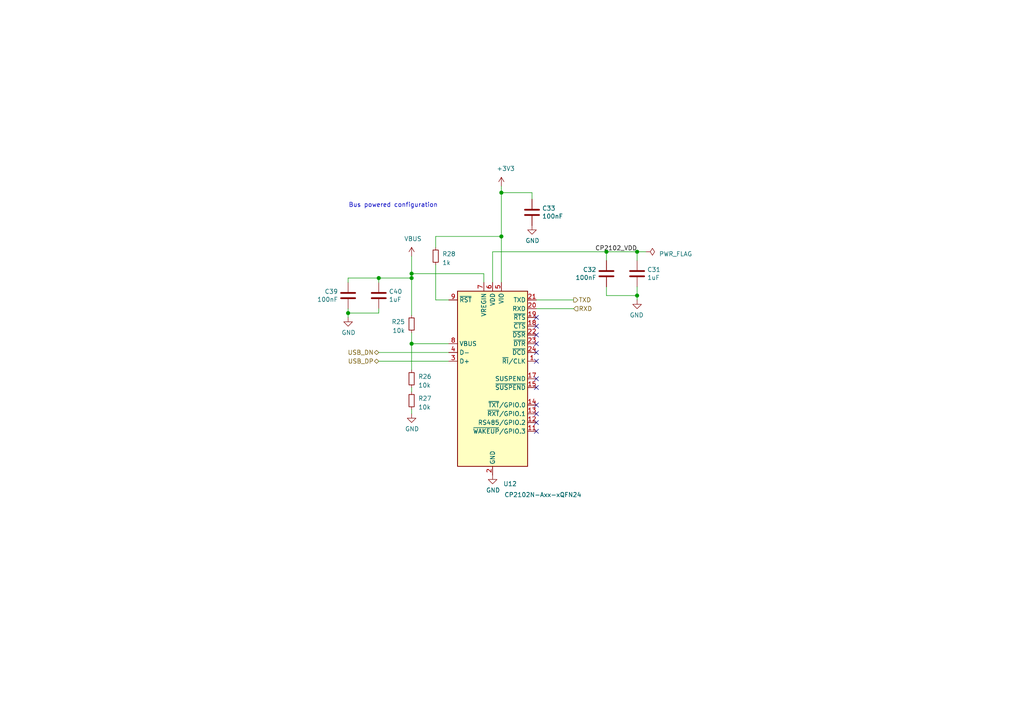
<source format=kicad_sch>
(kicad_sch (version 20210126) (generator eeschema)
  (paper "A4")
  (lib_symbols
    (symbol "Device:C" (pin_numbers hide) (pin_names (offset 0.254))
      (property "Reference" "C" (at 0.635 2.54 0))
      (property "Value" "C" (at 0.635 -2.54 0))
      (symbol "C_0_1"
        (polyline (pts (xy -2.032 -0.762) (xy 2.032 -0.762)) (stroke (width 0.508)))
        (polyline (pts (xy -2.032 0.762) (xy 2.032 0.762)) (stroke (width 0.508)))
      )
      (symbol "C_1_1"
        (pin passive line (at 0 3.81 270) (length 2.794) (name "~") (number "1"))
        (pin passive line (at 0 -3.81 90) (length 2.794) (name "~") (number "2"))
      )
    )
    (symbol "Device:R_Small" (pin_numbers hide) (pin_names (offset 0.254) hide)
      (property "Reference" "R" (at 0.762 0.508 0))
      (property "Value" "R_Small" (at 0.762 -1.016 0))
      (symbol "R_Small_0_1"
        (rectangle (start -0.762 1.778) (end 0.762 -1.778) (stroke (width 0.2032)))
      )
      (symbol "R_Small_1_1"
        (pin passive line (at 0 2.54 270) (length 0.762) (name "~") (number "1"))
        (pin passive line (at 0 -2.54 90) (length 0.762) (name "~") (number "2"))
      )
    )
    (symbol "Interface_USB:CP2102N-Axx-xQFN24"
      (property "Reference" "U" (at -8.89 26.67 0))
      (property "Value" "CP2102N-Axx-xQFN24" (at 13.97 26.67 0))
      (symbol "CP2102N-Axx-xQFN24_0_1"
        (rectangle (start -10.16 25.4) (end 10.16 -25.4) (stroke (width 0.254)) (fill (type background)))
      )
      (symbol "CP2102N-Axx-xQFN24_1_1"
        (pin bidirectional line (at 12.7 5.08 180) (length 2.54) (name "~RI~/CLK") (number "1"))
        (pin no_connect line (at -10.16 -22.86 0) (length 2.54) hide (name "NC") (number "10"))
        (pin bidirectional line (at 12.7 -15.24 180) (length 2.54) (name "~WAKEUP~/GPIO.3") (number "11"))
        (pin bidirectional line (at 12.7 -12.7 180) (length 2.54) (name "RS485/GPIO.2") (number "12"))
        (pin bidirectional line (at 12.7 -10.16 180) (length 2.54) (name "~RXT~/GPIO.1") (number "13"))
        (pin bidirectional line (at 12.7 -7.62 180) (length 2.54) (name "~TXT~/GPIO.0") (number "14"))
        (pin output line (at 12.7 -2.54 180) (length 2.54) (name "~SUSPEND") (number "15"))
        (pin no_connect line (at 10.16 -22.86 180) (length 2.54) hide (name "NC") (number "16"))
        (pin output line (at 12.7 0 180) (length 2.54) (name "SUSPEND") (number "17"))
        (pin input line (at 12.7 15.24 180) (length 2.54) (name "~CTS") (number "18"))
        (pin output line (at 12.7 17.78 180) (length 2.54) (name "~RTS") (number "19"))
        (pin power_in line (at 0 -27.94 90) (length 2.54) (name "GND") (number "2"))
        (pin input line (at 12.7 20.32 180) (length 2.54) (name "RXD") (number "20"))
        (pin output line (at 12.7 22.86 180) (length 2.54) (name "TXD") (number "21"))
        (pin input line (at 12.7 12.7 180) (length 2.54) (name "~DSR") (number "22"))
        (pin output line (at 12.7 10.16 180) (length 2.54) (name "~DTR") (number "23"))
        (pin input line (at 12.7 7.62 180) (length 2.54) (name "~DCD") (number "24"))
        (pin passive line (at 0 -27.94 90) (length 2.54) hide (name "GND") (number "25"))
        (pin bidirectional line (at -12.7 5.08 0) (length 2.54) (name "D+") (number "3"))
        (pin bidirectional line (at -12.7 7.62 0) (length 2.54) (name "D-") (number "4"))
        (pin power_in line (at 2.54 27.94 270) (length 2.54) (name "VIO") (number "5"))
        (pin power_in line (at 0 27.94 270) (length 2.54) (name "VDD") (number "6"))
        (pin power_in line (at -2.54 27.94 270) (length 2.54) (name "VREGIN") (number "7"))
        (pin input line (at -12.7 10.16 0) (length 2.54) (name "VBUS") (number "8"))
        (pin input line (at -12.7 22.86 0) (length 2.54) (name "~RST") (number "9"))
      )
    )
    (symbol "power:+3V3" (power) (pin_names (offset 0))
      (property "Value" "+3V3" (at 0 3.556 0))
      (symbol "+3V3_0_1"
        (polyline (pts (xy -0.762 1.27) (xy 0 2.54)))
        (polyline (pts (xy 0 0) (xy 0 2.54)))
        (polyline (pts (xy 0 2.54) (xy 0.762 1.27)))
      )
      (symbol "+3V3_1_1"
        (pin power_in line (at 0 0 90) (length 0) hide (name "+3V3") (number "1"))
      )
    )
    (symbol "power:GND" (power) (pin_names (offset 0))
      (property "Value" "GND" (at 0 -3.81 0))
      (symbol "GND_0_1"
        (polyline (pts (xy 0 0) (xy 0 -1.27) (xy 1.27 -1.27) (xy 0 -2.54) (xy -1.27 -1.27) (xy 0 -1.27)))
      )
      (symbol "GND_1_1"
        (pin power_in line (at 0 0 270) (length 0) hide (name "GND") (number "1"))
      )
    )
    (symbol "power:PWR_FLAG" (power) (pin_numbers hide) (pin_names (offset 0) hide)
      (property "Value" "PWR_FLAG" (at 0 3.81 0))
      (symbol "PWR_FLAG_0_0"
        (pin power_out line (at 0 0 90) (length 0) (name "pwr") (number "1"))
      )
      (symbol "PWR_FLAG_0_1"
        (polyline (pts (xy 0 0) (xy 0 1.27) (xy -1.016 1.905) (xy 0 2.54) (xy 1.016 1.905) (xy 0 1.27)))
      )
    )
    (symbol "power:VBUS" (power) (pin_names (offset 0))
      (property "Value" "VBUS" (at 0 3.81 0))
      (symbol "VBUS_0_1"
        (polyline (pts (xy -0.762 1.27) (xy 0 2.54)))
        (polyline (pts (xy 0 0) (xy 0 2.54)))
        (polyline (pts (xy 0 2.54) (xy 0.762 1.27)))
      )
      (symbol "VBUS_1_1"
        (pin power_in line (at 0 0 90) (length 0) hide (name "VBUS") (number "1"))
      )
    )
  )
  (junction (at 100.965 90.805) (diameter 1.016))
  (junction (at 109.855 80.645) (diameter 1.016))
  (junction (at 119.38 79.375) (diameter 1.016))
  (junction (at 119.38 80.645) (diameter 1.016))
  (junction (at 119.38 99.695) (diameter 1.016))
  (junction (at 145.415 55.88) (diameter 1.016))
  (junction (at 145.415 68.58) (diameter 1.016))
  (junction (at 175.895 73.025) (diameter 1.016))
  (junction (at 184.785 73.025) (diameter 1.016))
  (junction (at 184.785 85.725) (diameter 1.016))
  (no_connect (at 155.575 92.075))
  (no_connect (at 155.575 94.615))
  (no_connect (at 155.575 97.155))
  (no_connect (at 155.575 99.695))
  (no_connect (at 155.575 102.235))
  (no_connect (at 155.575 104.775))
  (no_connect (at 155.575 109.855))
  (no_connect (at 155.575 112.395))
  (no_connect (at 155.575 117.475))
  (no_connect (at 155.575 120.015))
  (no_connect (at 155.575 122.555))
  (no_connect (at 155.575 125.095))
  (wire (pts (xy 100.965 80.645) (xy 109.855 80.645)))
  (wire (pts (xy 100.965 81.915) (xy 100.965 80.645)))
  (wire (pts (xy 100.965 89.535) (xy 100.965 90.805)))
  (wire (pts (xy 100.965 90.805) (xy 100.965 92.075)))
  (wire (pts (xy 109.855 80.645) (xy 119.38 80.645)))
  (wire (pts (xy 109.855 81.915) (xy 109.855 80.645)))
  (wire (pts (xy 109.855 89.535) (xy 109.855 90.805)))
  (wire (pts (xy 109.855 90.805) (xy 100.965 90.805)))
  (wire (pts (xy 109.855 102.235) (xy 130.175 102.235)))
  (wire (pts (xy 109.855 104.775) (xy 130.175 104.775)))
  (wire (pts (xy 119.38 79.375) (xy 119.38 74.295)))
  (wire (pts (xy 119.38 79.375) (xy 119.38 80.645)))
  (wire (pts (xy 119.38 80.645) (xy 119.38 91.44)))
  (wire (pts (xy 119.38 96.52) (xy 119.38 99.695)))
  (wire (pts (xy 119.38 99.695) (xy 130.175 99.695)))
  (wire (pts (xy 119.38 107.315) (xy 119.38 99.695)))
  (wire (pts (xy 119.38 112.395) (xy 119.38 113.665)))
  (wire (pts (xy 119.38 118.745) (xy 119.38 120.015)))
  (wire (pts (xy 126.365 68.58) (xy 145.415 68.58)))
  (wire (pts (xy 126.365 71.755) (xy 126.365 68.58)))
  (wire (pts (xy 126.365 76.835) (xy 126.365 86.995)))
  (wire (pts (xy 130.175 86.995) (xy 126.365 86.995)))
  (wire (pts (xy 140.335 79.375) (xy 119.38 79.375)))
  (wire (pts (xy 140.335 81.915) (xy 140.335 79.375)))
  (wire (pts (xy 142.875 73.025) (xy 142.875 81.915)))
  (wire (pts (xy 142.875 73.025) (xy 175.895 73.025)))
  (wire (pts (xy 145.415 53.975) (xy 145.415 55.88)))
  (wire (pts (xy 145.415 55.88) (xy 145.415 68.58)))
  (wire (pts (xy 145.415 55.88) (xy 154.305 55.88)))
  (wire (pts (xy 145.415 68.58) (xy 145.415 81.915)))
  (wire (pts (xy 154.305 57.785) (xy 154.305 55.88)))
  (wire (pts (xy 155.575 86.995) (xy 166.37 86.995)))
  (wire (pts (xy 155.575 89.535) (xy 166.37 89.535)))
  (wire (pts (xy 175.895 73.025) (xy 175.895 75.565)))
  (wire (pts (xy 175.895 85.725) (xy 175.895 83.185)))
  (wire (pts (xy 184.785 73.025) (xy 175.895 73.025)))
  (wire (pts (xy 184.785 73.025) (xy 184.785 75.565)))
  (wire (pts (xy 184.785 73.025) (xy 187.325 73.025)))
  (wire (pts (xy 184.785 85.725) (xy 175.895 85.725)))
  (wire (pts (xy 184.785 85.725) (xy 184.785 83.185)))
  (wire (pts (xy 184.785 86.995) (xy 184.785 85.725)))
  (text "Bus powered configuration" (at 127 60.325 180) (effects (font (size 1.27 1.27)) (justify right bottom)))
  (label "CP2102_VDD" (at 184.785 73.025 180))
  (hierarchical_label "USB_DN" (shape bidirectional) (at 109.855 102.235 180))
  (hierarchical_label "USB_DP" (shape bidirectional) (at 109.855 104.775 180))
  (hierarchical_label "TXD" (shape output) (at 166.37 86.995 0))
  (hierarchical_label "RXD" (shape input) (at 166.37 89.535 0))
  (symbol (lib_id "power:PWR_FLAG") (at 187.325 73.025 270) (unit 1)
    (property "Reference" "#FLG0103" (effects hide))
    (property "Value" "PWR_FLAG" (at 191.135 73.66 90) (effects (justify left)))
  )
  (symbol (lib_id "power:VBUS") (at 119.38 74.295 0) (unit 1)
    (property "Reference" "#PWR093" (effects hide))
    (property "Value" "VBUS" (at 119.761 69.2658 0))
  )
  (symbol (lib_id "power:+3V3") (at 145.415 53.975 0) (unit 1)
    (property "Reference" "#PWR095" (effects hide))
    (property "Value" "+3V3" (at 146.685 48.895 0))
  )
  (symbol (lib_id "power:GND") (at 100.965 92.075 0) (unit 1)
    (property "Reference" "#PWR0118" (effects hide))
    (property "Value" "GND" (at 101.092 96.4692 0))
  )
  (symbol (lib_id "power:GND") (at 119.38 120.015 0) (unit 1)
    (property "Reference" "#PWR094" (effects hide))
    (property "Value" "GND" (at 119.507 124.4092 0))
  )
  (symbol (lib_id "power:GND") (at 142.875 137.795 0) (unit 1)
    (property "Reference" "#PWR096" (effects hide))
    (property "Value" "GND" (at 143.002 142.1892 0))
  )
  (symbol (lib_id "power:GND") (at 154.305 65.405 0) (unit 1)
    (property "Reference" "#PWR097" (effects hide))
    (property "Value" "GND" (at 154.432 69.7992 0))
  )
  (symbol (lib_id "power:GND") (at 184.785 86.995 0) (mirror y) (unit 1)
    (property "Reference" "#PWR092" (effects hide))
    (property "Value" "GND" (at 184.658 91.3892 0))
  )
  (symbol (lib_id "Device:R_Small") (at 119.38 93.98 0) (mirror y) (unit 1)
    (property "Reference" "R25" (at 117.475 93.345 0) (effects (justify left)))
    (property "Value" "10k" (at 117.475 95.885 0) (effects (justify left)))
  )
  (symbol (lib_id "Device:R_Small") (at 119.38 109.855 0) (unit 1)
    (property "Reference" "R26" (at 121.285 109.22 0) (effects (justify left)))
    (property "Value" "10k" (at 121.285 111.76 0) (effects (justify left)))
  )
  (symbol (lib_id "Device:R_Small") (at 119.38 116.205 0) (unit 1)
    (property "Reference" "R27" (at 121.285 115.57 0) (effects (justify left)))
    (property "Value" "10k" (at 121.285 118.11 0) (effects (justify left)))
  )
  (symbol (lib_id "Device:R_Small") (at 126.365 74.295 0) (unit 1)
    (property "Reference" "R28" (at 128.27 73.66 0) (effects (justify left)))
    (property "Value" "1k" (at 128.27 76.2 0) (effects (justify left)))
  )
  (symbol (lib_id "Device:C") (at 100.965 85.725 0) (mirror y) (unit 1)
    (property "Reference" "C39" (at 98.044 84.5566 0) (effects (justify left)))
    (property "Value" "100nF" (at 98.044 86.868 0) (effects (justify left)))
    (property "Footprint" "Capacitor_SMD:C_0402_1005Metric" (effects hide))
  )
  (symbol (lib_id "Device:C") (at 109.855 85.725 0) (unit 1)
    (property "Reference" "C40" (at 112.776 84.5566 0) (effects (justify left)))
    (property "Value" "1uF" (at 112.776 86.868 0) (effects (justify left)))
    (property "Footprint" "Capacitor_SMD:C_0603_1608Metric" (effects hide))
  )
  (symbol (lib_id "Device:C") (at 154.305 61.595 0) (unit 1)
    (property "Reference" "C33" (at 157.226 60.4266 0) (effects (justify left)))
    (property "Value" "100nF" (at 157.226 62.738 0) (effects (justify left)))
    (property "Footprint" "Capacitor_SMD:C_0402_1005Metric" (effects hide))
  )
  (symbol (lib_id "Device:C") (at 175.895 79.375 0) (mirror y) (unit 1)
    (property "Reference" "C32" (at 172.974 78.2066 0) (effects (justify left)))
    (property "Value" "100nF" (at 172.974 80.518 0) (effects (justify left)))
    (property "Footprint" "Capacitor_SMD:C_0402_1005Metric" (effects hide))
  )
  (symbol (lib_id "Device:C") (at 184.785 79.375 0) (unit 1)
    (property "Reference" "C31" (at 187.706 78.2066 0) (effects (justify left)))
    (property "Value" "1uF" (at 187.706 80.518 0) (effects (justify left)))
    (property "Footprint" "Capacitor_SMD:C_0603_1608Metric" (effects hide))
  )
  (symbol (lib_id "Interface_USB:CP2102N-Axx-xQFN24") (at 142.875 109.855 0) (unit 1)
    (property "Reference" "U12" (at 147.955 140.335 0))
    (property "Value" "CP2102N-Axx-xQFN24" (at 157.48 143.51 0))
    (property "Footprint" "Package_DFN_QFN:QFN-24-1EP_4x4mm_P0.5mm_EP2.6x2.6mm" (effects hide))
    (property "Datasheet" "https://www.silabs.com/documents/public/data-sheets/cp2102n-datasheet.pdf" (effects hide))
  )
)
</source>
